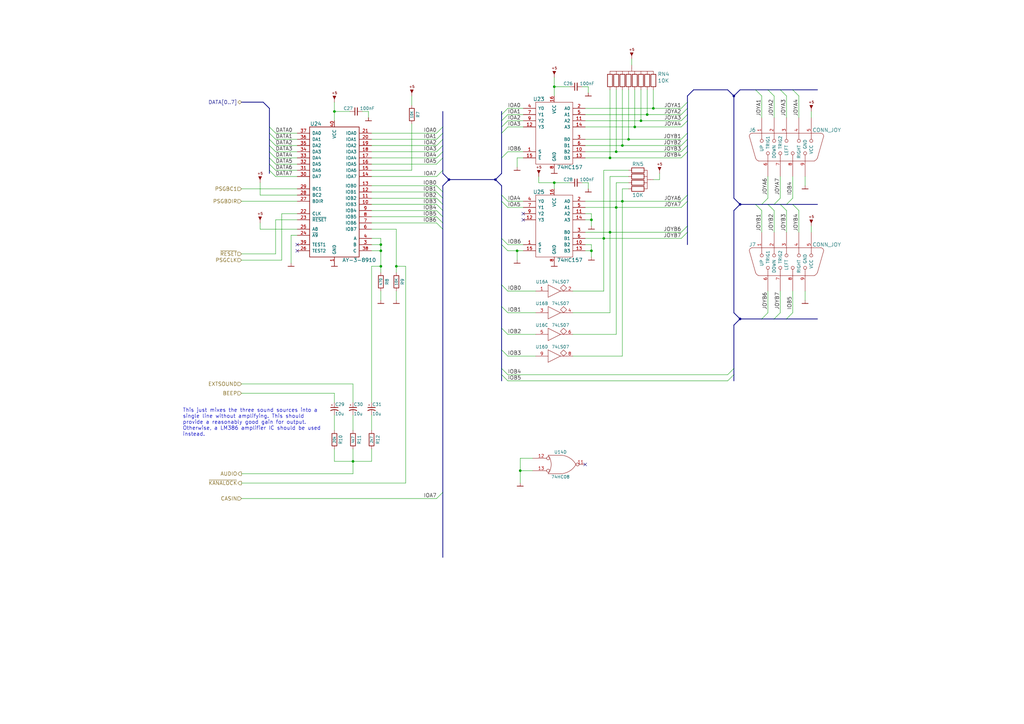
<source format=kicad_sch>
(kicad_sch (version 20231120) (generator "eeschema") (generator_version "8.0")
  (paper "A3")
  (lib_symbols
    (symbol "artemisa:74HC08" (pin_names (offset 0.762) hide)
      (property "Reference" "U" (at -7.62 6.35 0))
      (property "Value" "74HC08" (at -7.62 -5.08 0))
      (symbol "74HC08_1_0"
        (text "GND" (at 1.27 -6.35 900) (effects (font (size 0.762 0.762))))
        (text "VCC" (at 1.27 7.62 900) (effects (font (size 0.762 0.762)) (justify right)))
        (pin power_in line (at 0 7.62 270) (length 3.81) (name "VCC") (number "14"))
        (pin power_in line (at 0 -7.62 90) (length 3.81) (name "GND") (number "7"))
      )
      (symbol "74HC08_1_1"
        (pin input line (at -11.43 2.54 0) (length 6.2992) (name "~") (number "1"))
        (pin input line (at -11.43 -2.54 0) (length 6.2992) (name "~") (number "2"))
        (pin output line (at 10.16 0 180) (length 5.1054) (name "~") (number "3"))
      )
      (symbol "74HC08_1_2"
        (pin input inverted (at -11.43 2.54 0) (length 7.0104) (name "~") (number "1"))
        (pin input inverted (at -11.43 -2.54 0) (length 7.0104) (name "~") (number "2"))
        (pin output inverted (at 10.16 0 180) (length 3.81) (name "~") (number "3"))
      )
      (symbol "74HC08_2_1"
        (pin power_in line (at -2.54 3.81 90) (length 0) hide (name "VCC") (number "14"))
        (pin input line (at -11.43 2.54 0) (length 6.2992) (name "~") (number "4"))
        (pin input line (at -11.43 -2.54 0) (length 6.2992) (name "~") (number "5"))
        (pin output line (at 10.16 0 180) (length 5.1054) (name "~") (number "6"))
        (pin power_in line (at -2.54 -3.81 90) (length 0) hide (name "GND") (number "7"))
      )
      (symbol "74HC08_2_2"
        (pin input inverted (at -11.43 2.54 0) (length 7.0104) (name "~") (number "4"))
        (pin input inverted (at -11.43 -2.54 0) (length 7.0104) (name "~") (number "5"))
        (pin output inverted (at 10.16 0 180) (length 3.81) (name "~") (number "6"))
      )
      (symbol "74HC08_3_1"
        (pin input line (at -11.43 -2.54 0) (length 6.2992) (name "~") (number "10"))
        (pin power_in line (at -2.54 3.81 90) (length 0) hide (name "VCC") (number "14"))
        (pin power_in line (at -2.54 -3.81 90) (length 0) hide (name "GND") (number "7"))
        (pin output line (at 10.16 0 180) (length 5.1054) (name "~") (number "8"))
        (pin input line (at -11.43 2.54 0) (length 6.2992) (name "~") (number "9"))
      )
      (symbol "74HC08_3_2"
        (pin input inverted (at -11.43 -2.54 0) (length 7.0104) (name "~") (number "10"))
        (pin output inverted (at 10.16 0 180) (length 3.81) (name "~") (number "8"))
        (pin input inverted (at -11.43 2.54 0) (length 7.0104) (name "~") (number "9"))
      )
      (symbol "74HC08_4_1"
        (pin output line (at 10.16 0 180) (length 5.1054) (name "~") (number "11"))
        (pin input line (at -11.43 2.54 0) (length 6.2992) (name "~") (number "12"))
        (pin input line (at -11.43 -2.54 0) (length 6.2992) (name "~") (number "13"))
        (pin power_in line (at -2.54 3.81 90) (length 0) hide (name "VCC") (number "14"))
        (pin power_in line (at -2.54 -3.81 90) (length 0) hide (name "GND") (number "7"))
      )
      (symbol "74HC08_4_2"
        (pin output inverted (at 10.16 0 180) (length 3.81) (name "~") (number "11"))
        (pin input inverted (at -11.43 2.54 0) (length 7.0104) (name "~") (number "12"))
        (pin input inverted (at -11.43 -2.54 0) (length 7.0104) (name "~") (number "13"))
      )
    )
    (symbol "artemisa:74HC157" (pin_names (offset 1.016))
      (property "Reference" "U" (at -7.62 13.97 0))
      (property "Value" "74HC157" (at 6.35 -13.97 0))
      (symbol "74HC157_1_1"
        (pin input line (at 12.7 -7.62 180) (length 5.08) (name "S") (number "1"))
        (pin input line (at -12.7 -7.62 0) (length 5.08) (name "B2") (number "10"))
        (pin input line (at -12.7 5.08 0) (length 5.08) (name "A2") (number "11"))
        (pin output line (at 12.7 2.54 180) (length 5.08) (name "Y3") (number "12"))
        (pin input line (at -12.7 -10.16 0) (length 5.08) (name "B3") (number "13"))
        (pin input line (at -12.7 2.54 0) (length 5.08) (name "A3") (number "14"))
        (pin input line (at 12.7 -10.16 180) (length 5.08) (name "~{E}") (number "15"))
        (pin power_in line (at 0 15.24 270) (length 2.54) (name "VCC") (number "16"))
        (pin input line (at -12.7 10.16 0) (length 5.08) (name "A0") (number "2"))
        (pin input line (at -12.7 -2.54 0) (length 5.08) (name "B0") (number "3"))
        (pin output line (at 12.7 10.16 180) (length 5.08) (name "Y0") (number "4"))
        (pin input line (at -12.7 7.62 0) (length 5.08) (name "A1") (number "5"))
        (pin input line (at -12.7 -5.08 0) (length 5.08) (name "B1") (number "6"))
        (pin output line (at 12.7 7.62 180) (length 5.08) (name "Y1") (number "7"))
        (pin power_in line (at 0 -15.24 90) (length 2.54) (name "GND") (number "8"))
        (pin output line (at 12.7 5.08 180) (length 5.08) (name "Y2") (number "9"))
      )
    )
    (symbol "artemisa:74LS07" (pin_names (offset 0.762))
      (property "Reference" "U" (at 0 3.81 0))
      (property "Value" "74LS07" (at 0 -3.81 0))
      (symbol "74LS07_1_1"
        (pin input line (at -7.62 0 0) (length 5.0038) (name "~") (number "1"))
        (pin open_collector line (at 7.62 0 180) (length 2.54) (name "~") (number "2"))
      )
      (symbol "74LS07_2_1"
        (pin input line (at -7.62 0 0) (length 5.0038) (name "~") (number "3"))
        (pin open_collector line (at 7.62 0 180) (length 2.54) (name "~") (number "4"))
      )
      (symbol "74LS07_3_1"
        (pin input line (at -7.62 0 0) (length 5.0038) (name "~") (number "5"))
        (pin open_collector line (at 7.62 0 180) (length 2.54) (name "~") (number "6"))
      )
      (symbol "74LS07_4_1"
        (pin open_collector line (at 7.62 0 180) (length 2.54) (name "~") (number "8"))
        (pin input line (at -7.62 0 0) (length 5.0038) (name "~") (number "9"))
      )
      (symbol "74LS07_5_1"
        (pin open_collector line (at 7.62 0 180) (length 2.54) (name "~") (number "10"))
        (pin input line (at -7.62 0 0) (length 5.0038) (name "~") (number "11"))
      )
      (symbol "74LS07_6_1"
        (pin open_collector line (at 7.62 0 180) (length 2.54) (name "~") (number "12"))
        (pin input line (at -7.62 0 0) (length 5.0038) (name "~") (number "13"))
      )
      (symbol "74LS07_7_0"
        (pin power_in line (at 0 7.62 270) (length 2.54) (name "VCC") (number "14"))
      )
      (symbol "74LS07_7_1"
        (pin power_in line (at 0 -7.62 90) (length 2.54) (name "GND") (number "7"))
      )
    )
    (symbol "artemisa:AY-3-8910" (pin_names (offset 1.016))
      (property "Reference" "U" (at 7.62 29.21 0))
      (property "Value" "AY-3-8910" (at 7.62 -26.67 0))
      (symbol "AY-3-8910_1_1"
        (pin power_in line (at 0 -27.94 90) (length 2.54) (name "GND") (number "1"))
        (pin bidirectional line (at 15.24 -3.81 180) (length 5.08) (name "IOB3") (number "10"))
        (pin bidirectional line (at 15.24 -1.27 180) (length 5.08) (name "IOB2") (number "11"))
        (pin bidirectional line (at 15.24 1.27 180) (length 5.08) (name "IOB1") (number "12"))
        (pin bidirectional line (at 15.24 3.81 180) (length 5.08) (name "IOB0") (number "13"))
        (pin bidirectional line (at 15.24 7.62 180) (length 5.08) (name "IOA7") (number "14"))
        (pin bidirectional line (at 15.24 10.16 180) (length 5.08) (name "IOA6") (number "15"))
        (pin bidirectional line (at 15.24 12.7 180) (length 5.08) (name "IOA5") (number "16"))
        (pin bidirectional line (at 15.24 15.24 180) (length 5.08) (name "IOA4") (number "17"))
        (pin bidirectional line (at 15.24 17.78 180) (length 5.08) (name "IOA3") (number "18"))
        (pin bidirectional line (at 15.24 20.32 180) (length 5.08) (name "IOA2") (number "19"))
        (pin no_connect line (at -3.81 33.02 270) (length 5.08) hide (name "NC") (number "2"))
        (pin bidirectional line (at 15.24 22.86 180) (length 5.08) (name "IOA1") (number "20"))
        (pin bidirectional line (at 15.24 25.4 180) (length 5.08) (name "IOA0") (number "21"))
        (pin input line (at -15.24 -7.62 0) (length 5.08) (name "CLK") (number "22"))
        (pin input line (at -15.24 -10.16 0) (length 5.08) (name "~{RESET}") (number "23"))
        (pin input line (at -15.24 -16.51 0) (length 5.08) (name "~{A9}") (number "24"))
        (pin input line (at -15.24 -13.97 0) (length 5.08) (name "A8") (number "25"))
        (pin output line (at -15.24 -22.86 0) (length 5.08) (name "TEST2") (number "26"))
        (pin input line (at -15.24 -2.54 0) (length 5.08) (name "BDIR") (number "27"))
        (pin input line (at -15.24 0 0) (length 5.08) (name "BC2") (number "28"))
        (pin input line (at -15.24 2.54 0) (length 5.08) (name "BC1") (number "29"))
        (pin passive line (at 15.24 -20.32 180) (length 5.08) (name "B") (number "3"))
        (pin input line (at -15.24 7.62 0) (length 5.08) (name "DA7") (number "30"))
        (pin input line (at -15.24 10.16 0) (length 5.08) (name "DA6") (number "31"))
        (pin input line (at -15.24 12.7 0) (length 5.08) (name "DA5") (number "32"))
        (pin input line (at -15.24 15.24 0) (length 5.08) (name "DA4") (number "33"))
        (pin input line (at -15.24 17.78 0) (length 5.08) (name "DA3") (number "34"))
        (pin input line (at -15.24 20.32 0) (length 5.08) (name "DA2") (number "35"))
        (pin input line (at -15.24 22.86 0) (length 5.08) (name "DA1") (number "36"))
        (pin input line (at -15.24 25.4 0) (length 5.08) (name "DA0") (number "37"))
        (pin passive line (at 15.24 -22.86 180) (length 5.08) (name "C") (number "38"))
        (pin output line (at -15.24 -20.32 0) (length 5.08) (name "TEST1") (number "39"))
        (pin output line (at 15.24 -17.78 180) (length 5.08) (name "A") (number "4"))
        (pin power_in line (at 0 30.48 270) (length 2.54) (name "VCC") (number "40"))
        (pin no_connect line (at 3.81 33.02 270) (length 5.08) hide (name "NC") (number "5"))
        (pin bidirectional line (at 15.24 -13.97 180) (length 5.08) (name "IOB7") (number "6"))
        (pin bidirectional line (at 15.24 -11.43 180) (length 5.08) (name "IOB6") (number "7"))
        (pin bidirectional line (at 15.24 -8.89 180) (length 5.08) (name "IOB5") (number "8"))
        (pin bidirectional line (at 15.24 -6.35 180) (length 5.08) (name "IOB4") (number "9"))
      )
    )
    (symbol "artemisa:CONN_JOY" (pin_names (offset 1.016))
      (property "Reference" "J" (at -13.97 7.62 0))
      (property "Value" "CONN_JOY" (at 16.51 7.62 0))
      (symbol "CONN_JOY_1_1"
        (pin output inverted (at -10.16 12.7 270) (length 10.16) (name "UP") (number "1"))
        (pin output inverted (at -5.08 12.7 270) (length 10.16) (name "DOWN") (number "2"))
        (pin output inverted (at 0 12.7 270) (length 10.16) (name "LEFT") (number "3"))
        (pin output inverted (at 5.08 12.7 270) (length 10.16) (name "RIGHT") (number "4"))
        (pin power_in inverted (at 10.16 12.7 270) (length 10.16) (name "VCC") (number "5"))
        (pin bidirectional inverted (at -7.62 -11.43 90) (length 10.16) (name "TRIG1") (number "6"))
        (pin bidirectional inverted (at -2.54 -11.43 90) (length 10.16) (name "TRIG2") (number "7"))
        (pin input inverted (at 2.54 -11.43 90) (length 10.16) (name "~") (number "8"))
        (pin power_in inverted (at 7.62 -11.43 90) (length 10.16) (name "GND") (number "9"))
      )
    )
    (symbol "artemisa:CP" (pin_numbers hide) (pin_names (offset 0.254) hide)
      (property "Reference" "C" (at 0.254 1.778 0))
      (property "Value" "CP" (at 0.254 -2.032 0))
      (symbol "CP_1_1"
        (pin passive line (at 0 2.54 270) (length 2.032) (name "~") (number "1"))
        (pin passive line (at 0 -2.54 90) (length 2.032) (name "~") (number "2"))
      )
    )
    (symbol "artemisa:Cap" (pin_numbers hide) (pin_names (offset 0.254) hide)
      (property "Reference" "C" (at 0.254 1.778 0))
      (property "Value" "Cap" (at 0.254 -2.032 0))
      (symbol "Cap_1_1"
        (pin passive line (at 0 2.54 270) (length 2.032) (name "~") (number "1"))
        (pin passive line (at 0 -2.54 90) (length 2.032) (name "~") (number "2"))
      )
    )
    (symbol "artemisa:GND" (power) (pin_numbers hide) (pin_names (offset 0) hide)
      (symbol "GND_1_1"
        (pin power_in line (at 0 0 270) (length 1.27) (name "GND") (number "~"))
      )
    )
    (symbol "artemisa:R" (pin_numbers hide) (pin_names (offset 1.016))
      (property "Reference" "R" (at 0 -2.54 0))
      (property "Value" "R" (at 0 0 0))
      (symbol "R_1_1"
        (pin passive line (at -3.81 0 0) (length 1.27) (name "~") (number "1"))
        (pin passive line (at 3.81 0 180) (length 1.27) (name "~") (number "2"))
      )
    )
    (symbol "artemisa:RN4" (pin_numbers hide) (pin_names (offset 1.016) hide)
      (property "Reference" "RN" (at 3.81 5.08 0))
      (property "Value" "RN4" (at -5.08 5.08 0))
      (symbol "RN4_1_1"
        (pin passive line (at 0 6.35 270) (length 1.27) (name "~") (number "1"))
        (pin passive line (at -3.81 -3.81 90) (length 1.27) (name "~") (number "2"))
        (pin passive line (at -1.27 -3.81 90) (length 1.27) (name "~") (number "3"))
        (pin passive line (at 1.27 -3.81 90) (length 1.27) (name "~") (number "4"))
        (pin passive line (at 3.81 -3.81 90) (length 1.27) (name "~") (number "5"))
      )
      (symbol "RN4_1_2"
        (pin passive line (at -6.35 -3.81 90) (length 1.27) (name "~") (number "1"))
        (pin passive line (at -3.81 -3.81 90) (length 1.27) (name "~") (number "2"))
        (pin passive line (at -1.27 -3.81 90) (length 1.27) (name "~") (number "3"))
        (pin passive line (at 1.27 -3.81 90) (length 1.27) (name "~") (number "4"))
        (pin passive line (at 3.81 -3.81 90) (length 1.27) (name "~") (number "5"))
      )
    )
    (symbol "artemisa:RN8" (pin_numbers hide) (pin_names (offset 1.016) hide)
      (property "Reference" "RN" (at 7.62 5.08 0))
      (property "Value" "RN8" (at -8.89 5.08 0))
      (symbol "RN8_1_1"
        (pin passive line (at 0 6.35 270) (length 1.27) (name "~") (number "1"))
        (pin passive line (at -8.89 -3.81 90) (length 1.27) (name "~") (number "2"))
        (pin passive line (at -6.35 -3.81 90) (length 1.27) (name "~") (number "3"))
        (pin passive line (at -3.81 -3.81 90) (length 1.27) (name "~") (number "4"))
        (pin passive line (at -1.27 -3.81 90) (length 1.27) (name "~") (number "5"))
        (pin passive line (at 1.27 -3.81 90) (length 1.27) (name "~") (number "6"))
        (pin passive line (at 3.81 -3.81 90) (length 1.27) (name "~") (number "7"))
        (pin passive line (at 6.35 -3.81 90) (length 1.27) (name "~") (number "8"))
        (pin passive line (at 8.89 -3.81 90) (length 1.27) (name "~") (number "9"))
      )
      (symbol "RN8_1_2"
        (pin passive line (at -16.51 -3.81 90) (length 1.27) (name "~") (number "1"))
        (pin passive line (at -8.89 -3.81 90) (length 1.27) (name "~") (number "2"))
        (pin passive line (at -6.35 -3.81 90) (length 1.27) (name "~") (number "3"))
        (pin passive line (at -3.81 -3.81 90) (length 1.27) (name "~") (number "4"))
        (pin passive line (at -1.27 -3.81 90) (length 1.27) (name "~") (number "5"))
        (pin passive line (at 1.27 -3.81 90) (length 1.27) (name "~") (number "6"))
        (pin passive line (at 3.81 -3.81 90) (length 1.27) (name "~") (number "7"))
        (pin passive line (at 6.35 -3.81 90) (length 1.27) (name "~") (number "8"))
        (pin passive line (at 8.89 -3.81 90) (length 1.27) (name "~") (number "9"))
      )
    )
    (symbol "artemisa:VCC" (power) (pin_numbers hide) (pin_names (offset 0) hide)
      (symbol "VCC_0_0"
        (text "+5" (at 0 3.81 0) (effects (font (size 1.016 1.016))))
      )
      (symbol "VCC_1_1"
        (pin power_in line (at 0 0 90) (length 1.27) (name "~") (number "~"))
      )
    )
  )
  (junction (at 227.33 74.93))
  (junction (at 255.27 59.69))
  (junction (at 203.2 73.66))
  (junction (at 162.56 109.22))
  (junction (at 184.15 73.66))
  (junction (at 250.19 95.25))
  (junction (at 212.09 102.87))
  (junction (at 255.27 82.55))
  (junction (at 144.78 189.23))
  (junction (at 257.81 57.15))
  (junction (at 252.73 85.09))
  (junction (at 213.36 193.04))
  (junction (at 260.35 52.07))
  (junction (at 303.53 130.81))
  (junction (at 247.65 97.79))
  (junction (at 137.16 45.72))
  (junction (at 262.89 49.53))
  (junction (at 265.43 46.99))
  (junction (at 227.33 35.56))
  (junction (at 156.21 109.22))
  (junction (at 300.99 39.37))
  (junction (at 267.97 44.45))
  (junction (at 156.21 100.33))
  (junction (at 242.57 90.17))
  (junction (at 156.21 102.87))
  (junction (at 242.57 102.87))
  (junction (at 252.73 62.23))
  (junction (at 250.19 64.77))
  (junction (at 303.53 83.82))
  (no_connect (at 214.63 87.63))
  (no_connect (at 121.92 102.87))
  (no_connect (at 121.92 100.33))
  (no_connect (at 240.03 190.5))
  (no_connect (at 214.63 90.17))
  (bus_entry (at 181.61 54.61) (size -2.54 2.54))
  (bus_entry (at 281.94 59.69) (size -2.54 2.54))
  (bus_entry (at 179.07 81.28) (size 2.54 2.54))
  (bus_entry (at 181.61 62.23) (size -2.54 2.54))
  (bus_entry (at 110.49 69.85) (size 2.54 2.54))
  (bus_entry (at 322.58 130.81) (size 2.54 -2.54))
  (bus_entry (at 205.74 134.62) (size 2.54 2.54))
  (bus_entry (at 281.94 95.25) (size -2.54 2.54))
  (bus_entry (at 208.28 62.23) (size -2.54 2.54))
  (bus_entry (at 205.74 143.51) (size 2.54 2.54))
  (bus_entry (at 205.74 153.67) (size 2.54 2.54))
  (bus_entry (at 322.58 83.82) (size 2.54 -2.54))
  (bus_entry (at 205.74 125.73) (size 2.54 2.54))
  (bus_entry (at 179.07 83.82) (size 2.54 2.54))
  (bus_entry (at 179.07 91.44) (size 2.54 2.54))
  (bus_entry (at 281.94 80.01) (size -2.54 2.54))
  (bus_entry (at 181.61 64.77) (size -2.54 2.54))
  (bus_entry (at 208.28 46.99) (size -2.54 2.54))
  (bus_entry (at 110.49 54.61) (size 2.54 2.54))
  (bus_entry (at 208.28 49.53) (size -2.54 2.54))
  (bus_entry (at 312.42 130.81) (size 2.54 -2.54))
  (bus_entry (at 281.94 44.45) (size -2.54 2.54))
  (bus_entry (at 181.61 52.07) (size -2.54 2.54))
  (bus_entry (at 312.42 83.82) (size 2.54 -2.54))
  (bus_entry (at 181.61 59.69) (size -2.54 2.54))
  (bus_entry (at 205.74 80.01) (size 2.54 2.54))
  (bus_entry (at 314.96 83.82) (size 2.54 2.54))
  (bus_entry (at 179.07 88.9) (size 2.54 2.54))
  (bus_entry (at 320.04 36.83) (size 2.54 2.54))
  (bus_entry (at 110.49 52.07) (size 2.54 2.54))
  (bus_entry (at 205.74 100.33) (size 2.54 2.54))
  (bus_entry (at 309.88 36.83) (size 2.54 2.54))
  (bus_entry (at 181.61 69.85) (size -2.54 2.54))
  (bus_entry (at 208.28 52.07) (size -2.54 2.54))
  (bus_entry (at 179.07 78.74) (size 2.54 2.54))
  (bus_entry (at 179.07 76.2) (size 2.54 2.54))
  (bus_entry (at 325.12 83.82) (size 2.54 2.54))
  (bus_entry (at 281.94 46.99) (size -2.54 2.54))
  (bus_entry (at 181.61 201.93) (size -2.54 2.54))
  (bus_entry (at 309.88 83.82) (size 2.54 2.54))
  (bus_entry (at 320.04 83.82) (size 2.54 2.54))
  (bus_entry (at 208.28 44.45) (size -2.54 2.54))
  (bus_entry (at 281.94 57.15) (size -2.54 2.54))
  (bus_entry (at 298.45 156.21) (size 2.54 -2.54))
  (bus_entry (at 317.5 83.82) (size 2.54 -2.54))
  (bus_entry (at 205.74 116.84) (size 2.54 2.54))
  (bus_entry (at 314.96 36.83) (size 2.54 2.54))
  (bus_entry (at 281.94 41.91) (size -2.54 2.54))
  (bus_entry (at 317.5 130.81) (size 2.54 -2.54))
  (bus_entry (at 325.12 36.83) (size 2.54 2.54))
  (bus_entry (at 179.07 86.36) (size 2.54 2.54))
  (bus_entry (at 281.94 92.71) (size -2.54 2.54))
  (bus_entry (at 298.45 153.67) (size 2.54 -2.54))
  (bus_entry (at 110.49 59.69) (size 2.54 2.54))
  (bus_entry (at 110.49 57.15) (size 2.54 2.54))
  (bus_entry (at 110.49 67.31) (size 2.54 2.54))
  (bus_entry (at 205.74 82.55) (size 2.54 2.54))
  (bus_entry (at 281.94 82.55) (size -2.54 2.54))
  (bus_entry (at 205.74 97.79) (size 2.54 2.54))
  (bus_entry (at 281.94 62.23) (size -2.54 2.54))
  (bus_entry (at 281.94 54.61) (size -2.54 2.54))
  (bus_entry (at 205.74 151.13) (size 2.54 2.54))
  (bus_entry (at 181.61 57.15) (size -2.54 2.54))
  (bus_entry (at 110.49 62.23) (size 2.54 2.54))
  (bus_entry (at 281.94 49.53) (size -2.54 2.54))
  (bus_entry (at 110.49 64.77) (size 2.54 2.54))
  (bus (pts (xy 181.61 57.15) (xy 181.61 59.69)))
  (wire (pts (xy 152.4 100.33) (xy 156.21 100.33)))
  (bus (pts (xy 205.74 49.53) (xy 205.74 52.07)))
  (wire (pts (xy 99.06 204.47) (xy 179.07 204.47)))
  (wire (pts (xy 179.07 86.36) (xy 152.4 86.36)))
  (wire (pts (xy 144.78 189.23) (xy 144.78 194.31)))
  (wire (pts (xy 156.21 123.19) (xy 156.21 119.38)))
  (wire (pts (xy 179.07 72.39) (xy 152.4 72.39)))
  (wire (pts (xy 166.37 109.22) (xy 166.37 198.12)))
  (bus (pts (xy 281.94 62.23) (xy 281.94 80.01)))
  (wire (pts (xy 208.28 156.21) (xy 298.45 156.21)))
  (bus (pts (xy 281.94 54.61) (xy 281.94 57.15)))
  (bus (pts (xy 205.74 97.79) (xy 205.74 100.33)))
  (wire (pts (xy 144.78 157.48) (xy 144.78 165.1)))
  (bus (pts (xy 300.99 133.35) (xy 300.99 151.13)))
  (bus (pts (xy 322.58 130.81) (xy 335.28 130.81)))
  (wire (pts (xy 240.03 95.25) (xy 250.19 95.25)))
  (wire (pts (xy 137.16 45.72) (xy 137.16 49.53)))
  (wire (pts (xy 242.57 87.63) (xy 242.57 90.17)))
  (wire (pts (xy 330.2 119.38) (xy 330.2 123.19)))
  (wire (pts (xy 270.51 71.12) (xy 270.51 73.66)))
  (bus (pts (xy 110.49 52.07) (xy 110.49 54.61)))
  (bus (pts (xy 181.61 54.61) (xy 181.61 57.15)))
  (wire (pts (xy 270.51 73.66) (xy 267.97 73.66)))
  (wire (pts (xy 119.38 96.52) (xy 119.38 107.95)))
  (wire (pts (xy 99.06 157.48) (xy 144.78 157.48)))
  (wire (pts (xy 240.03 62.23) (xy 252.73 62.23)))
  (wire (pts (xy 115.57 87.63) (xy 121.92 87.63)))
  (wire (pts (xy 115.57 87.63) (xy 115.57 106.68)))
  (bus (pts (xy 325.12 36.83) (xy 335.28 36.83)))
  (wire (pts (xy 325.12 81.28) (xy 325.12 72.39)))
  (wire (pts (xy 166.37 198.12) (xy 99.06 198.12)))
  (bus (pts (xy 203.2 73.66) (xy 205.74 71.12)))
  (wire (pts (xy 179.07 54.61) (xy 152.4 54.61)))
  (bus (pts (xy 281.94 39.37) (xy 281.94 41.91)))
  (bus (pts (xy 205.74 82.55) (xy 205.74 97.79)))
  (bus (pts (xy 300.99 128.27) (xy 303.53 130.81)))
  (wire (pts (xy 208.28 137.16) (xy 219.71 137.16)))
  (bus (pts (xy 205.74 143.51) (xy 205.74 151.13)))
  (wire (pts (xy 240.03 102.87) (xy 242.57 102.87)))
  (wire (pts (xy 312.42 39.37) (xy 312.42 48.26)))
  (bus (pts (xy 181.61 86.36) (xy 181.61 88.9)))
  (wire (pts (xy 260.35 52.07) (xy 279.4 52.07)))
  (wire (pts (xy 327.66 39.37) (xy 327.66 48.26)))
  (wire (pts (xy 213.36 187.96) (xy 213.36 193.04)))
  (bus (pts (xy 205.74 134.62) (xy 205.74 143.51)))
  (wire (pts (xy 137.16 161.29) (xy 137.16 165.1)))
  (bus (pts (xy 281.94 92.71) (xy 281.94 95.25)))
  (bus (pts (xy 300.99 86.36) (xy 303.53 83.82)))
  (wire (pts (xy 227.33 74.93) (xy 227.33 77.47)))
  (wire (pts (xy 250.19 128.27) (xy 234.95 128.27)))
  (bus (pts (xy 300.99 86.36) (xy 300.99 128.27)))
  (wire (pts (xy 212.09 64.77) (xy 212.09 68.58)))
  (bus (pts (xy 322.58 83.82) (xy 325.12 83.82)))
  (bus (pts (xy 107.95 41.91) (xy 110.49 44.45)))
  (bus (pts (xy 181.61 88.9) (xy 181.61 91.44)))
  (wire (pts (xy 113.03 72.39) (xy 121.92 72.39)))
  (wire (pts (xy 240.03 82.55) (xy 255.27 82.55)))
  (wire (pts (xy 220.98 74.93) (xy 227.33 74.93)))
  (wire (pts (xy 240.03 44.45) (xy 267.97 44.45)))
  (bus (pts (xy 205.74 125.73) (xy 205.74 134.62)))
  (wire (pts (xy 250.19 36.83) (xy 250.19 64.77)))
  (wire (pts (xy 152.4 102.87) (xy 156.21 102.87)))
  (bus (pts (xy 181.61 76.2) (xy 181.61 78.74)))
  (wire (pts (xy 214.63 100.33) (xy 208.28 100.33)))
  (wire (pts (xy 325.12 128.27) (xy 325.12 119.38)))
  (bus (pts (xy 205.74 153.67) (xy 205.74 156.21)))
  (wire (pts (xy 233.68 35.56) (xy 227.33 35.56)))
  (bus (pts (xy 181.61 81.28) (xy 181.61 83.82)))
  (wire (pts (xy 257.81 74.93) (xy 252.73 74.93)))
  (bus (pts (xy 281.94 49.53) (xy 281.94 54.61)))
  (bus (pts (xy 300.99 153.67) (xy 300.99 156.21)))
  (wire (pts (xy 137.16 170.18) (xy 137.16 176.53)))
  (wire (pts (xy 143.51 45.72) (xy 137.16 45.72)))
  (wire (pts (xy 250.19 95.25) (xy 250.19 128.27)))
  (wire (pts (xy 240.03 49.53) (xy 262.89 49.53)))
  (wire (pts (xy 252.73 85.09) (xy 279.4 85.09)))
  (wire (pts (xy 320.04 128.27) (xy 320.04 119.38)))
  (wire (pts (xy 113.03 59.69) (xy 121.92 59.69)))
  (wire (pts (xy 255.27 77.47) (xy 255.27 82.55)))
  (bus (pts (xy 300.99 39.37) (xy 303.53 36.83)))
  (wire (pts (xy 227.33 35.56) (xy 227.33 39.37)))
  (wire (pts (xy 241.3 74.93) (xy 238.76 74.93)))
  (wire (pts (xy 179.07 83.82) (xy 152.4 83.82)))
  (wire (pts (xy 220.98 72.39) (xy 220.98 74.93)))
  (wire (pts (xy 252.73 62.23) (xy 279.4 62.23)))
  (wire (pts (xy 156.21 109.22) (xy 156.21 111.76)))
  (wire (pts (xy 156.21 97.79) (xy 156.21 100.33)))
  (wire (pts (xy 212.09 102.87) (xy 214.63 102.87)))
  (wire (pts (xy 262.89 36.83) (xy 262.89 49.53)))
  (wire (pts (xy 151.13 48.26) (xy 151.13 45.72)))
  (bus (pts (xy 205.74 151.13) (xy 205.74 153.67)))
  (wire (pts (xy 327.66 86.36) (xy 327.66 95.25)))
  (wire (pts (xy 322.58 39.37) (xy 322.58 48.26)))
  (wire (pts (xy 242.57 92.71) (xy 242.57 90.17)))
  (wire (pts (xy 255.27 146.05) (xy 234.95 146.05)))
  (wire (pts (xy 257.81 36.83) (xy 257.81 57.15)))
  (wire (pts (xy 156.21 100.33) (xy 156.21 102.87)))
  (wire (pts (xy 240.03 87.63) (xy 242.57 87.63)))
  (bus (pts (xy 281.94 44.45) (xy 281.94 46.99)))
  (wire (pts (xy 241.3 77.47) (xy 241.3 74.93)))
  (wire (pts (xy 208.28 102.87) (xy 212.09 102.87)))
  (wire (pts (xy 259.08 24.13) (xy 259.08 26.67)))
  (bus (pts (xy 314.96 83.82) (xy 317.5 83.82)))
  (wire (pts (xy 113.03 62.23) (xy 121.92 62.23)))
  (wire (pts (xy 99.06 161.29) (xy 137.16 161.29)))
  (wire (pts (xy 252.73 85.09) (xy 252.73 137.16)))
  (wire (pts (xy 240.03 97.79) (xy 247.65 97.79)))
  (bus (pts (xy 205.74 45.72) (xy 205.74 46.99)))
  (wire (pts (xy 262.89 49.53) (xy 279.4 49.53)))
  (bus (pts (xy 205.74 80.01) (xy 205.74 82.55)))
  (wire (pts (xy 267.97 44.45) (xy 279.4 44.45)))
  (wire (pts (xy 99.06 82.55) (xy 121.92 82.55)))
  (wire (pts (xy 255.27 59.69) (xy 279.4 59.69)))
  (bus (pts (xy 281.94 46.99) (xy 281.94 49.53)))
  (wire (pts (xy 250.19 72.39) (xy 250.19 95.25)))
  (wire (pts (xy 252.73 36.83) (xy 252.73 62.23)))
  (wire (pts (xy 113.03 67.31) (xy 121.92 67.31)))
  (bus (pts (xy 303.53 36.83) (xy 309.88 36.83)))
  (bus (pts (xy 300.99 151.13) (xy 300.99 153.67)))
  (bus (pts (xy 325.12 83.82) (xy 335.28 83.82)))
  (wire (pts (xy 322.58 86.36) (xy 322.58 95.25)))
  (wire (pts (xy 241.3 35.56) (xy 238.76 35.56)))
  (bus (pts (xy 203.2 73.66) (xy 205.74 76.2)))
  (wire (pts (xy 179.07 67.31) (xy 152.4 67.31)))
  (wire (pts (xy 240.03 100.33) (xy 242.57 100.33)))
  (bus (pts (xy 205.74 54.61) (xy 205.74 64.77)))
  (wire (pts (xy 332.74 45.72) (xy 332.74 48.26)))
  (bus (pts (xy 110.49 67.31) (xy 110.49 69.85)))
  (wire (pts (xy 212.09 102.87) (xy 212.09 106.68)))
  (wire (pts (xy 240.03 46.99) (xy 265.43 46.99)))
  (bus (pts (xy 309.88 83.82) (xy 312.42 83.82)))
  (wire (pts (xy 179.07 64.77) (xy 152.4 64.77)))
  (wire (pts (xy 152.4 189.23) (xy 152.4 184.15)))
  (wire (pts (xy 208.28 153.67) (xy 298.45 153.67)))
  (bus (pts (xy 205.74 46.99) (xy 205.74 49.53)))
  (bus (pts (xy 281.94 59.69) (xy 281.94 62.23)))
  (bus (pts (xy 303.53 83.82) (xy 309.88 83.82)))
  (bus (pts (xy 107.95 41.91) (xy 99.06 41.91)))
  (wire (pts (xy 152.4 97.79) (xy 156.21 97.79)))
  (bus (pts (xy 320.04 83.82) (xy 322.58 83.82)))
  (bus (pts (xy 181.61 78.74) (xy 181.61 81.28)))
  (bus (pts (xy 110.49 59.69) (xy 110.49 62.23)))
  (wire (pts (xy 250.19 64.77) (xy 279.4 64.77)))
  (wire (pts (xy 144.78 170.18) (xy 144.78 176.53)))
  (bus (pts (xy 110.49 64.77) (xy 110.49 67.31)))
  (bus (pts (xy 284.48 36.83) (xy 298.45 36.83)))
  (wire (pts (xy 162.56 109.22) (xy 166.37 109.22)))
  (wire (pts (xy 255.27 82.55) (xy 255.27 146.05)))
  (bus (pts (xy 110.49 44.45) (xy 110.49 52.07)))
  (bus (pts (xy 281.94 95.25) (xy 281.94 100.33)))
  (bus (pts (xy 181.61 83.82) (xy 181.61 86.36)))
  (bus (pts (xy 300.99 133.35) (xy 303.53 130.81)))
  (wire (pts (xy 214.63 62.23) (xy 208.28 62.23)))
  (wire (pts (xy 179.07 78.74) (xy 152.4 78.74)))
  (bus (pts (xy 110.49 62.23) (xy 110.49 64.77)))
  (wire (pts (xy 113.03 54.61) (xy 121.92 54.61)))
  (wire (pts (xy 265.43 46.99) (xy 279.4 46.99)))
  (wire (pts (xy 242.57 100.33) (xy 242.57 102.87)))
  (wire (pts (xy 144.78 189.23) (xy 152.4 189.23)))
  (wire (pts (xy 106.68 93.98) (xy 121.92 93.98)))
  (wire (pts (xy 179.07 76.2) (xy 152.4 76.2)))
  (wire (pts (xy 152.4 170.18) (xy 152.4 176.53)))
  (wire (pts (xy 156.21 109.22) (xy 152.4 109.22)))
  (bus (pts (xy 205.74 64.77) (xy 205.74 71.12)))
  (wire (pts (xy 255.27 77.47) (xy 257.81 77.47)))
  (wire (pts (xy 317.5 39.37) (xy 317.5 48.26)))
  (wire (pts (xy 144.78 194.31) (xy 99.06 194.31)))
  (bus (pts (xy 281.94 80.01) (xy 281.94 82.55)))
  (wire (pts (xy 162.56 119.38) (xy 162.56 123.19)))
  (wire (pts (xy 113.03 57.15) (xy 121.92 57.15)))
  (wire (pts (xy 214.63 85.09) (xy 208.28 85.09)))
  (wire (pts (xy 99.06 77.47) (xy 121.92 77.47)))
  (wire (pts (xy 113.03 64.77) (xy 121.92 64.77)))
  (bus (pts (xy 281.94 57.15) (xy 281.94 59.69)))
  (bus (pts (xy 317.5 130.81) (xy 322.58 130.81)))
  (wire (pts (xy 208.28 146.05) (xy 219.71 146.05)))
  (bus (pts (xy 205.74 76.2) (xy 205.74 80.01)))
  (bus (pts (xy 314.96 36.83) (xy 320.04 36.83)))
  (wire (pts (xy 208.28 128.27) (xy 219.71 128.27)))
  (wire (pts (xy 168.91 69.85) (xy 168.91 50.8)))
  (bus (pts (xy 181.61 52.07) (xy 181.61 54.61)))
  (bus (pts (xy 181.61 201.93) (xy 181.61 228.6)))
  (bus (pts (xy 281.94 82.55) (xy 281.94 92.71)))
  (wire (pts (xy 332.74 95.25) (xy 332.74 92.71)))
  (bus (pts (xy 181.61 69.85) (xy 181.61 71.12)))
  (wire (pts (xy 115.57 106.68) (xy 99.06 106.68)))
  (wire (pts (xy 240.03 57.15) (xy 257.81 57.15)))
  (wire (pts (xy 137.16 41.91) (xy 137.16 45.72)))
  (wire (pts (xy 162.56 93.98) (xy 162.56 109.22)))
  (wire (pts (xy 242.57 102.87) (xy 242.57 105.41)))
  (wire (pts (xy 214.63 46.99) (xy 208.28 46.99)))
  (wire (pts (xy 121.92 96.52) (xy 119.38 96.52)))
  (bus (pts (xy 184.15 73.66) (xy 181.61 76.2)))
  (wire (pts (xy 227.33 31.75) (xy 227.33 35.56)))
  (wire (pts (xy 241.3 38.1) (xy 241.3 35.56)))
  (wire (pts (xy 265.43 36.83) (xy 265.43 46.99)))
  (wire (pts (xy 252.73 74.93) (xy 252.73 85.09)))
  (wire (pts (xy 250.19 95.25) (xy 279.4 95.25)))
  (wire (pts (xy 233.68 74.93) (xy 227.33 74.93)))
  (wire (pts (xy 113.03 104.14) (xy 113.03 90.17)))
  (bus (pts (xy 300.99 81.28) (xy 303.53 83.82)))
  (wire (pts (xy 247.65 97.79) (xy 247.65 119.38)))
  (wire (pts (xy 240.03 85.09) (xy 252.73 85.09)))
  (wire (pts (xy 257.81 57.15) (xy 279.4 57.15)))
  (wire (pts (xy 179.07 59.69) (xy 152.4 59.69)))
  (wire (pts (xy 137.16 189.23) (xy 144.78 189.23)))
  (bus (pts (xy 309.88 36.83) (xy 314.96 36.83)))
  (bus (pts (xy 181.61 59.69) (xy 181.61 62.23)))
  (wire (pts (xy 179.07 81.28) (xy 152.4 81.28)))
  (wire (pts (xy 240.03 64.77) (xy 250.19 64.77)))
  (wire (pts (xy 312.42 86.36) (xy 312.42 95.25)))
  (wire (pts (xy 267.97 36.83) (xy 267.97 44.45)))
  (wire (pts (xy 208.28 44.45) (xy 214.63 44.45)))
  (wire (pts (xy 240.03 52.07) (xy 260.35 52.07)))
  (wire (pts (xy 208.28 82.55) (xy 214.63 82.55)))
  (bus (pts (xy 281.94 41.91) (xy 281.94 44.45)))
  (wire (pts (xy 156.21 102.87) (xy 156.21 109.22)))
  (wire (pts (xy 179.07 88.9) (xy 152.4 88.9)))
  (wire (pts (xy 151.13 45.72) (xy 148.59 45.72)))
  (wire (pts (xy 255.27 82.55) (xy 279.4 82.55)))
  (wire (pts (xy 208.28 119.38) (xy 219.71 119.38)))
  (bus (pts (xy 181.61 45.72) (xy 181.61 52.07)))
  (wire (pts (xy 240.03 59.69) (xy 255.27 59.69)))
  (bus (pts (xy 184.15 73.66) (xy 181.61 71.12)))
  (wire (pts (xy 106.68 74.93) (xy 106.68 80.01)))
  (bus (pts (xy 181.61 93.98) (xy 181.61 201.93)))
  (wire (pts (xy 257.81 69.85) (xy 247.65 69.85)))
  (bus (pts (xy 300.99 39.37) (xy 300.99 81.28)))
  (wire (pts (xy 213.36 193.04) (xy 213.36 198.12)))
  (wire (pts (xy 144.78 184.15) (xy 144.78 189.23)))
  (wire (pts (xy 168.91 39.37) (xy 168.91 43.18)))
  (wire (pts (xy 113.03 90.17) (xy 121.92 90.17)))
  (wire (pts (xy 255.27 36.83) (xy 255.27 59.69)))
  (bus (pts (xy 298.45 36.83) (xy 300.99 39.37)))
  (wire (pts (xy 214.63 52.07) (xy 208.28 52.07)))
  (wire (pts (xy 317.5 86.36) (xy 317.5 95.25)))
  (wire (pts (xy 260.35 36.83) (xy 260.35 52.07)))
  (wire (pts (xy 257.81 72.39) (xy 250.19 72.39)))
  (wire (pts (xy 137.16 184.15) (xy 137.16 189.23)))
  (bus (pts (xy 312.42 83.82) (xy 314.96 83.82)))
  (wire (pts (xy 179.07 57.15) (xy 152.4 57.15)))
  (wire (pts (xy 252.73 137.16) (xy 234.95 137.16)))
  (wire (pts (xy 106.68 91.44) (xy 106.68 93.98)))
  (wire (pts (xy 330.2 72.39) (xy 330.2 76.2)))
  (wire (pts (xy 218.44 187.96) (xy 213.36 187.96)))
  (wire (pts (xy 113.03 69.85) (xy 121.92 69.85)))
  (bus (pts (xy 205.74 116.84) (xy 205.74 125.73)))
  (bus (pts (xy 303.53 130.81) (xy 312.42 130.81)))
  (wire (pts (xy 320.04 81.28) (xy 320.04 72.39)))
  (wire (pts (xy 162.56 109.22) (xy 162.56 111.76)))
  (bus (pts (xy 184.15 73.66) (xy 203.2 73.66)))
  (wire (pts (xy 179.07 91.44) (xy 152.4 91.44)))
  (bus (pts (xy 312.42 130.81) (xy 317.5 130.81)))
  (bus (pts (xy 181.61 91.44) (xy 181.61 93.98)))
  (wire (pts (xy 152.4 93.98) (xy 162.56 93.98)))
  (wire (pts (xy 247.65 69.85) (xy 247.65 97.79)))
  (bus (pts (xy 281.94 39.37) (xy 284.48 36.83)))
  (wire (pts (xy 208.28 49.53) (xy 214.63 49.53)))
  (bus (pts (xy 205.74 52.07) (xy 205.74 54.61)))
  (bus (pts (xy 320.04 36.83) (xy 325.12 36.83)))
  (bus (pts (xy 110.49 57.15) (xy 110.49 59.69)))
  (bus (pts (xy 317.5 83.82) (xy 320.04 83.82)))
  (wire (pts (xy 99.06 104.14) (xy 113.03 104.14)))
  (wire (pts (xy 240.03 90.17) (xy 242.57 90.17)))
  (bus (pts (xy 181.61 62.23) (xy 181.61 64.77)))
  (wire (pts (xy 152.4 69.85) (xy 168.91 69.85)))
  (wire (pts (xy 214.63 64.77) (xy 212.09 64.77)))
  (wire (pts (xy 314.96 81.28) (xy 314.96 72.39)))
  (wire (pts (xy 247.65 119.38) (xy 234.95 119.38)))
  (bus (pts (xy 205.74 100.33) (xy 205.74 116.84)))
  (wire (pts (xy 218.44 193.04) (xy 213.36 193.04)))
  (wire (pts (xy 152.4 109.22) (xy 152.4 165.1)))
  (bus (pts (xy 181.61 64.77) (xy 181.61 69.85)))
  (wire (pts (xy 179.07 62.23) (xy 152.4 62.23)))
  (bus (pts (xy 110.49 54.61) (xy 110.49 57.15)))
  (bus (pts (xy 110.49 69.85) (xy 110.49 71.12)))
  (wire (pts (xy 314.96 128.27) (xy 314.96 119.38)))
  (wire (pts (xy 247.65 97.79) (xy 279.4 97.79)))
  (wire (pts (xy 121.92 80.01) (xy 106.68 80.01)))
  (text "This just mixes the three sound sources into a \nsingle line without amplifying. This should \nprovide a reasonably good gain for output. \nOtherwise, a LM386 amplifier IC should be used \ninstead. " (at 74.93 179.07 0) (effects (font (size 1.524 1.524)) (justify left bottom)))
  (label "IOA4" (at 208.28 82.55 0) (effects (font (size 1.524 1.524))))
  (label "IOA1" (at 179.07 57.15 180) (effects (font (size 1.524 1.524))))
  (label "JOYA3" (at 322.58 40.64 270) (effects (font (size 1.524 1.524))))
  (label "JOYB1" (at 312.42 87.63 270) (effects (font (size 1.524 1.524))))
  (label "IOA2" (at 179.07 59.69 180) (effects (font (size 1.524 1.524))))
  (label "DATA6" (at 113.03 69.85 0) (effects (font (size 1.524 1.524))))
  (label "JOYA3" (at 279.4 49.53 180) (effects (font (size 1.524 1.524))))
  (label "IOB0" (at 179.07 76.2 180) (effects (font (size 1.524 1.524))))
  (label "JOYB6" (at 314.96 127 90) (effects (font (size 1.524 1.524))))
  (label "IOA7" (at 179.07 72.39 180) (effects (font (size 1.524 1.524))))
  (label "IOB3" (at 179.07 83.82 180) (effects (font (size 1.524 1.524))))
  (label "DATA3" (at 113.03 62.23 0) (effects (font (size 1.524 1.524))))
  (label "JOYA6" (at 279.4 82.55 180) (effects (font (size 1.524 1.524))))
  (label "IOA1" (at 208.28 46.99 0) (effects (font (size 1.524 1.524))))
  (label "JOYB4" (at 279.4 64.77 180) (effects (font (size 1.524 1.524))))
  (label "DATA1" (at 113.03 57.15 0) (effects (font (size 1.524 1.524))))
  (label "IOB6" (at 179.07 91.44 180) (effects (font (size 1.524 1.524))))
  (label "JOYB7" (at 279.4 97.79 180) (effects (font (size 1.524 1.524))))
  (label "DATA5" (at 113.03 67.31 0) (effects (font (size 1.524 1.524))))
  (label "JOYA7" (at 320.04 80.01 90) (effects (font (size 1.524 1.524))))
  (label "JOYA2" (at 317.5 40.64 270) (effects (font (size 1.524 1.524))))
  (label "JOYB4" (at 327.66 87.63 270) (effects (font (size 1.524 1.524))))
  (label "IOB4" (at 179.07 86.36 180) (effects (font (size 1.524 1.524))))
  (label "JOYB2" (at 317.5 87.63 270) (effects (font (size 1.524 1.524))))
  (label "JOYB1" (at 279.4 57.15 180) (effects (font (size 1.524 1.524))))
  (label "IOA3" (at 208.28 52.07 0) (effects (font (size 1.524 1.524))))
  (label "IOB1" (at 208.28 128.27 0) (effects (font (size 1.524 1.524))))
  (label "DATA7" (at 113.03 72.39 0) (effects (font (size 1.524 1.524))))
  (label "JOYA4" (at 327.66 40.64 270) (effects (font (size 1.524 1.524))))
  (label "IOB0" (at 208.28 119.38 0) (effects (font (size 1.524 1.524))))
  (label "IOB4" (at 325.12 80.01 90) (effects (font (size 1.524 1.524))))
  (label "DATA4" (at 113.03 64.77 0) (effects (font (size 1.524 1.524))))
  (label "DATA2" (at 113.03 59.69 0) (effects (font (size 1.524 1.524))))
  (label "JOYB6" (at 279.4 95.25 180) (effects (font (size 1.524 1.524))))
  (label "JOYA1" (at 279.4 44.45 180) (effects (font (size 1.524 1.524))))
  (label "JOYB7" (at 320.04 127 90) (effects (font (size 1.524 1.524))))
  (label "IOB5" (at 179.07 88.9 180) (effects (font (size 1.524 1.524))))
  (label "DATA0" (at 113.03 54.61 0) (effects (font (size 1.524 1.524))))
  (label "JOYB3" (at 279.4 62.23 180) (effects (font (size 1.524 1.524))))
  (label "IOA2" (at 208.28 49.53 0) (effects (font (size 1.524 1.524))))
  (label "IOB4" (at 208.28 153.67 0) (effects (font (size 1.524 1.524))))
  (label "IOB2" (at 179.07 81.28 180) (effects (font (size 1.524 1.524))))
  (label "IOB2" (at 208.28 137.16 0) (effects (font (size 1.524 1.524))))
  (label "IOB5" (at 208.28 156.21 0) (effects (font (size 1.524 1.524))))
  (label "IOA3" (at 179.07 62.23 180) (effects (font (size 1.524 1.524))))
  (label "IOA5" (at 179.07 67.31 180) (effects (font (size 1.524 1.524))))
  (label "IOA5" (at 208.28 85.09 0) (effects (font (size 1.524 1.524))))
  (label "IOA0" (at 208.28 44.45 0) (effects (font (size 1.524 1.524))))
  (label "IOB1" (at 179.07 78.74 180) (effects (font (size 1.524 1.524))))
  (label "JOYA2" (at 279.4 46.99 180) (effects (font (size 1.524 1.524))))
  (label "IOB6" (at 208.28 100.33 0) (effects (font (size 1.524 1.524))))
  (label "JOYA7" (at 279.4 85.09 180) (effects (font (size 1.524 1.524))))
  (label "JOYA6" (at 314.96 80.01 90) (effects (font (size 1.524 1.524))))
  (label "JOYA4" (at 279.4 52.07 180) (effects (font (size 1.524 1.524))))
  (label "IOB5" (at 325.12 127 90) (effects (font (size 1.524 1.524))))
  (label "IOB3" (at 208.28 146.05 0) (effects (font (size 1.524 1.524))))
  (label "JOYB2" (at 279.4 59.69 180) (effects (font (size 1.524 1.524))))
  (label "IOA0" (at 179.07 54.61 180) (effects (font (size 1.524 1.524))))
  (label "IOA7" (at 179.07 204.47 180) (effects (font (size 1.524 1.524))))
  (label "IOB6" (at 208.28 62.23 0) (effects (font (size 1.524 1.524))))
  (label "IOA4" (at 179.07 64.77 180) (effects (font (size 1.524 1.524))))
  (label "JOYB3" (at 322.58 87.63 270) (effects (font (size 1.524 1.524))))
  (label "JOYA1" (at 312.42 40.64 270) (effects (font (size 1.524 1.524))))
  (hierarchical_label "DATA[0..7]" (shape bidirectional) (at 99.06 41.91 180) (effects (font (size 1.524 1.524))))
  (hierarchical_label "PSGBC1" (shape input) (at 99.06 77.47 180) (effects (font (size 1.524 1.524))))
  (hierarchical_label "CASIN" (shape input) (at 99.06 204.47 180) (effects (font (size 1.524 1.524))))
  (hierarchical_label "BEEP" (shape input) (at 99.06 161.29 180) (effects (font (size 1.524 1.524))))
  (hierarchical_label "~{RESET}" (shape input) (at 99.06 104.14 180) (effects (font (size 1.524 1.524))))
  (hierarchical_label "PSGBDIR" (shape input) (at 99.06 82.55 180) (effects (font (size 1.524 1.524))))
  (hierarchical_label "AUDIO" (shape output) (at 99.06 194.31 180) (effects (font (size 1.524 1.524))))
  (hierarchical_label "~{KANALOCK}" (shape output) (at 99.06 198.12 180) (effects (font (size 1.524 1.524))))
  (hierarchical_label "EXTSOUND" (shape input) (at 99.06 157.48 180) (effects (font (size 1.524 1.524))))
  (hierarchical_label "PSGCLK" (shape input) (at 99.06 106.68 180) (effects (font (size 1.524 1.524))))
  (symbol (lib_id "artemisa:AY-3-8910") (at 137.16 80.01 0) (unit 1)
    (property "Reference" "U24" (at 129.54 50.8 0) (effects (font (size 1.524 1.524))))
    (property "Value" "AY-3-8910" (at 147.32 106.68 0) (effects (font (size 1.524 1.524))))
    (property "Footprint" "artemisa:DIP-40_600" (effects (hide yes)))
  )
  (symbol (lib_id "artemisa:74HC157") (at 227.33 54.61 0) (mirror y) (unit 1)
    (property "Reference" "U23" (at 220.98 40.64 0) (effects (font (size 1.524 1.524))))
    (property "Value" "74HC157" (at 233.68 68.58 0) (effects (font (size 1.524 1.524))))
    (property "Footprint" "artemisa:DIP-16_300" (effects (hide yes)))
  )
  (symbol (lib_id "artemisa:74HC157") (at 227.33 92.71 0) (mirror y) (unit 1)
    (property "Reference" "U25" (at 220.98 78.74 0) (effects (font (size 1.524 1.524))))
    (property "Value" "74HC157" (at 233.68 106.68 0) (effects (font (size 1.524 1.524))))
    (property "Footprint" "artemisa:DIP-16_300" (effects (hide yes)))
  )
  (symbol (lib_id "artemisa:74LS07") (at 227.33 119.38 0) (unit 1)
    (property "Reference" "U16" (at 222.25 115.57 0))
    (property "Value" "74LS07" (at 229.87 115.57 0))
    (property "Footprint" "artemisa:DIP-14_300" (effects (hide yes)))
  )
  (symbol (lib_id "artemisa:74LS07") (at 227.33 128.27 0) (unit 2)
    (property "Reference" "U16" (at 222.25 124.46 0))
    (property "Value" "74LS07" (at 229.87 124.46 0))
    (property "Footprint" "artemisa:DIP-14_300" (effects (hide yes)))
  )
  (symbol (lib_id "artemisa:74LS07") (at 227.33 137.16 0) (unit 3)
    (property "Reference" "U16" (at 222.25 133.35 0))
    (property "Value" "74LS07" (at 229.87 133.35 0))
    (property "Footprint" "artemisa:DIP-14_300" (effects (hide yes)))
  )
  (symbol (lib_id "artemisa:74LS07") (at 227.33 146.05 0) (unit 4)
    (property "Reference" "U16" (at 222.25 142.24 0))
    (property "Value" "74LS07" (at 229.87 142.24 0))
    (property "Footprint" "artemisa:DIP-14_300" (effects (hide yes)))
  )
  (symbol (lib_id "artemisa:CONN_JOY") (at 322.58 60.96 0) (unit 1)
    (property "Reference" "J6" (at 308.61 53.34 0) (effects (font (size 1.524 1.524))))
    (property "Value" "CONN_JOY" (at 339.09 53.34 0) (effects (font (size 1.524 1.524))))
    (property "Footprint" "artemisa:Joystick_conn" (effects (hide yes)))
  )
  (symbol (lib_id "artemisa:CONN_JOY") (at 322.58 107.95 0) (unit 1)
    (property "Reference" "J7" (at 308.61 100.33 0) (effects (font (size 1.524 1.524))))
    (property "Value" "CONN_JOY" (at 339.09 100.33 0) (effects (font (size 1.524 1.524))))
    (property "Footprint" "artemisa:Joystick_conn" (effects (hide yes)))
  )
  (symbol (lib_id "artemisa:R") (at 156.21 115.57 270) (unit 1)
    (property "Reference" "R8" (at 158.75 115.57 0))
    (property "Value" "470" (at 156.21 115.57 0) (effects (font (size 1.016 1.016))))
    (property "Footprint" "artemisa:Axial_resistor" (effects (hide yes)))
  )
  (symbol (lib_id "artemisa:CP") (at 152.4 167.64 0) (unit 1)
    (property "Reference" "C31" (at 152.654 165.862 0) (effects (justify left)))
    (property "Value" "10u" (at 152.654 169.672 0) (effects (justify left)))
    (property "Footprint" "artemisa:Radial_capacitor" (effects (hide yes)))
  )
  (symbol (lib_id "artemisa:R") (at 152.4 180.34 270) (unit 1)
    (property "Reference" "R12" (at 154.94 180.34 0))
    (property "Value" "2k7" (at 152.4 180.34 0) (effects (font (size 1.016 1.016))))
    (property "Footprint" "artemisa:Axial_resistor" (effects (hide yes)))
  )
  (symbol (lib_id "artemisa:CP") (at 137.16 167.64 0) (unit 1)
    (property "Reference" "C29" (at 137.414 165.862 0) (effects (justify left)))
    (property "Value" "10u" (at 137.414 169.672 0) (effects (justify left)))
    (property "Footprint" "artemisa:Radial_capacitor" (effects (hide yes)))
  )
  (symbol (lib_id "artemisa:R") (at 137.16 180.34 270) (unit 1)
    (property "Reference" "R10" (at 139.7 180.34 0))
    (property "Value" "20k" (at 137.16 180.34 0) (effects (font (size 1.016 1.016))))
    (property "Footprint" "artemisa:Axial_resistor" (effects (hide yes)))
  )
  (symbol (lib_id "artemisa:CP") (at 144.78 167.64 0) (unit 1)
    (property "Reference" "C30" (at 145.034 165.862 0) (effects (justify left)))
    (property "Value" "10u" (at 145.034 169.672 0) (effects (justify left)))
    (property "Footprint" "artemisa:Radial_capacitor" (effects (hide yes)))
  )
  (symbol (lib_id "artemisa:R") (at 144.78 180.34 270) (unit 1)
    (property "Reference" "R11" (at 147.32 180.34 0))
    (property "Value" "4k7" (at 144.78 180.34 0) (effects (font (size 1.016 1.016))))
    (property "Footprint" "artemisa:Axial_resistor" (effects (hide yes)))
  )
  (symbol (lib_id "artemisa:R") (at 162.56 115.57 270) (unit 1)
    (property "Reference" "R9" (at 165.1 115.57 0))
    (property "Value" "10K" (at 162.56 115.57 0) (effects (font (size 1.016 1.016))))
    (property "Footprint" "artemisa:Axial_resistor" (effects (hide yes)))
  )
  (symbol (lib_id "artemisa:R") (at 168.91 46.99 270) (unit 1)
    (property "Reference" "R7" (at 171.45 46.99 0))
    (property "Value" "10K" (at 168.91 46.99 0) (effects (font (size 1.016 1.016))))
    (property "Footprint" "artemisa:Axial_resistor" (effects (hide yes)))
  )
  (symbol (lib_id "artemisa:74HC08") (at 229.87 190.5 0) (unit 4) (convert 2)
    (property "Reference" "U14" (at 229.87 185.42 0))
    (property "Value" "74HC08" (at 229.87 195.58 0))
    (property "Footprint" "artemisa:DIP-14_300" (effects (hide yes)))
  )
  (symbol (lib_id "artemisa:GND") (at 213.36 198.12 0) (unit 1)
    (property "Reference" "#PWR0115" (effects (hide yes)))
    (property "Value" "GND" (effects (hide yes)))
  )
  (symbol (lib_id "artemisa:RN8") (at 259.08 33.02 0) (unit 1)
    (property "Reference" "RN4" (at 269.748 30.4038 0) (effects (font (size 1.524 1.524)) (justify left)))
    (property "Value" "10K" (at 269.748 33.0962 0) (effects (font (size 1.524 1.524)) (justify left)))
    (property "Footprint" "artemisa:RN8" (effects (hide yes)))
  )
  (symbol (lib_id "artemisa:RN4") (at 261.62 73.66 270) (unit 1)
    (property "Reference" "RN5" (at 261.62 67.31 90) (effects (font (size 1.524 1.524))))
    (property "Value" "10K" (at 261.62 80.01 90) (effects (font (size 1.524 1.524))))
    (property "Footprint" "artemisa:RN4" (effects (hide yes)))
  )
  (symbol (lib_id "artemisa:VCC") (at 168.91 39.37 0) (unit 1)
    (property "Reference" "#PWR093" (effects (hide yes)))
    (property "Value" "VCC" (effects (hide yes)))
  )
  (symbol (lib_id "artemisa:GND") (at 212.09 106.68 0) (unit 1)
    (property "Reference" "#PWR0108" (effects (hide yes)))
    (property "Value" "GND" (effects (hide yes)))
  )
  (symbol (lib_id "artemisa:GND") (at 242.57 105.41 0) (unit 1)
    (property "Reference" "#PWR0107" (effects (hide yes)))
    (property "Value" "GND" (effects (hide yes)))
  )
  (symbol (lib_id "artemisa:GND") (at 242.57 92.71 0) (unit 1)
    (property "Reference" "#PWR0105" (effects (hide yes)))
    (property "Value" "GND" (effects (hide yes)))
  )
  (symbol (lib_id "artemisa:GND") (at 212.09 68.58 0) (unit 1)
    (property "Reference" "#PWR097" (effects (hide yes)))
    (property "Value" "GND" (effects (hide yes)))
  )
  (symbol (lib_id "artemisa:GND") (at 330.2 123.19 0) (unit 1)
    (property "Reference" "#PWR0114" (effects (hide yes)))
    (property "Value" "GND" (effects (hide yes)))
  )
  (symbol (lib_id "artemisa:GND") (at 330.2 76.2 0) (unit 1)
    (property "Reference" "#PWR0102" (effects (hide yes)))
    (property "Value" "GND" (effects (hide yes)))
  )
  (symbol (lib_id "artemisa:VCC") (at 332.74 45.72 0) (unit 1)
    (property "Reference" "#PWR095" (effects (hide yes)))
    (property "Value" "VCC" (effects (hide yes)))
  )
  (symbol (lib_id "artemisa:VCC") (at 332.74 92.71 0) (unit 1)
    (property "Reference" "#PWR0106" (effects (hide yes)))
    (property "Value" "VCC" (effects (hide yes)))
  )
  (symbol (lib_id "artemisa:VCC") (at 259.08 24.13 0) (unit 1)
    (property "Reference" "#PWR090" (effects (hide yes)))
    (property "Value" "VCC" (effects (hide yes)))
  )
  (symbol (lib_id "artemisa:VCC") (at 270.51 71.12 0) (unit 1)
    (property "Reference" "#PWR099" (effects (hide yes)))
    (property "Value" "VCC" (effects (hide yes)))
  )
  (symbol (lib_id "artemisa:GND") (at 156.21 123.19 0) (unit 1)
    (property "Reference" "#PWR0112" (effects (hide yes)))
    (property "Value" "GND" (effects (hide yes)))
  )
  (symbol (lib_id "artemisa:GND") (at 162.56 123.19 0) (unit 1)
    (property "Reference" "#PWR0113" (effects (hide yes)))
    (property "Value" "GND" (effects (hide yes)))
  )
  (symbol (lib_id "artemisa:GND") (at 119.38 107.95 0) (unit 1)
    (property "Reference" "#PWR0109" (effects (hide yes)))
    (property "Value" "GND" (effects (hide yes)))
  )
  (symbol (lib_id "artemisa:VCC") (at 106.68 74.93 0) (unit 1)
    (property "Reference" "#PWR0101" (effects (hide yes)))
    (property "Value" "VCC" (effects (hide yes)))
  )
  (symbol (lib_id "artemisa:VCC") (at 106.68 91.44 0) (unit 1)
    (property "Reference" "#PWR0104" (effects (hide yes)))
    (property "Value" "VCC" (effects (hide yes)))
  )
  (symbol (lib_id "artemisa:VCC") (at 137.16 41.91 0) (unit 1)
    (property "Reference" "#PWR094" (effects (hide yes)))
    (property "Value" "VCC" (effects (hide yes)))
  )
  (symbol (lib_id "artemisa:Cap") (at 146.05 45.72 90) (unit 1)
    (property "Reference" "C27" (at 144.78 44.45 90) (effects (justify left)))
    (property "Value" "100nF" (at 153.67 44.45 90) (effects (justify left)))
    (property "Footprint" "artemisa:Disc_capacitor" (effects (hide yes)))
  )
  (symbol (lib_id "artemisa:GND") (at 151.13 48.26 0) (unit 1)
    (property "Reference" "#PWR096" (effects (hide yes)))
    (property "Value" "GND" (effects (hide yes)))
  )
  (symbol (lib_id "artemisa:GND") (at 137.16 107.95 0) (unit 1)
    (property "Reference" "#PWR0110" (effects (hide yes)))
    (property "Value" "GND" (effects (hide yes)))
  )
  (symbol (lib_id "artemisa:GND") (at 227.33 69.85 0) (unit 1)
    (property "Reference" "#PWR098" (effects (hide yes)))
    (property "Value" "GND" (effects (hide yes)))
  )
  (symbol (lib_id "artemisa:GND") (at 227.33 107.95 0) (unit 1)
    (property "Reference" "#PWR0111" (effects (hide yes)))
    (property "Value" "GND" (effects (hide yes)))
  )
  (symbol (lib_id "artemisa:VCC") (at 227.33 31.75 0) (unit 1)
    (property "Reference" "#PWR091" (effects (hide yes)))
    (property "Value" "VCC" (effects (hide yes)))
  )
  (symbol (lib_id "artemisa:Cap") (at 236.22 35.56 90) (unit 1)
    (property "Reference" "C26" (at 234.95 34.29 90) (effects (justify left)))
    (property "Value" "100nF" (at 243.84 34.29 90) (effects (justify left)))
    (property "Footprint" "artemisa:Disc_capacitor" (effects (hide yes)))
  )
  (symbol (lib_id "artemisa:GND") (at 241.3 38.1 0) (unit 1)
    (property "Reference" "#PWR092" (effects (hide yes)))
    (property "Value" "GND" (effects (hide yes)))
  )
  (symbol (lib_id "artemisa:VCC") (at 220.98 72.39 0) (unit 1)
    (property "Reference" "#PWR0100" (effects (hide yes)))
    (property "Value" "VCC" (effects (hide yes)))
  )
  (symbol (lib_id "artemisa:Cap") (at 236.22 74.93 90) (unit 1)
    (property "Reference" "C28" (at 234.95 73.66 90) (effects (justify left)))
    (property "Value" "100nF" (at 243.84 73.66 90) (effects (justify left)))
    (property "Footprint" "artemisa:Disc_capacitor" (effects (hide yes)))
  )
  (symbol (lib_id "artemisa:GND") (at 241.3 77.47 0) (unit 1)
    (property "Reference" "#PWR0103" (effects (hide yes)))
    (property "Value" "GND" (effects (hide yes)))
  )
)
</source>
